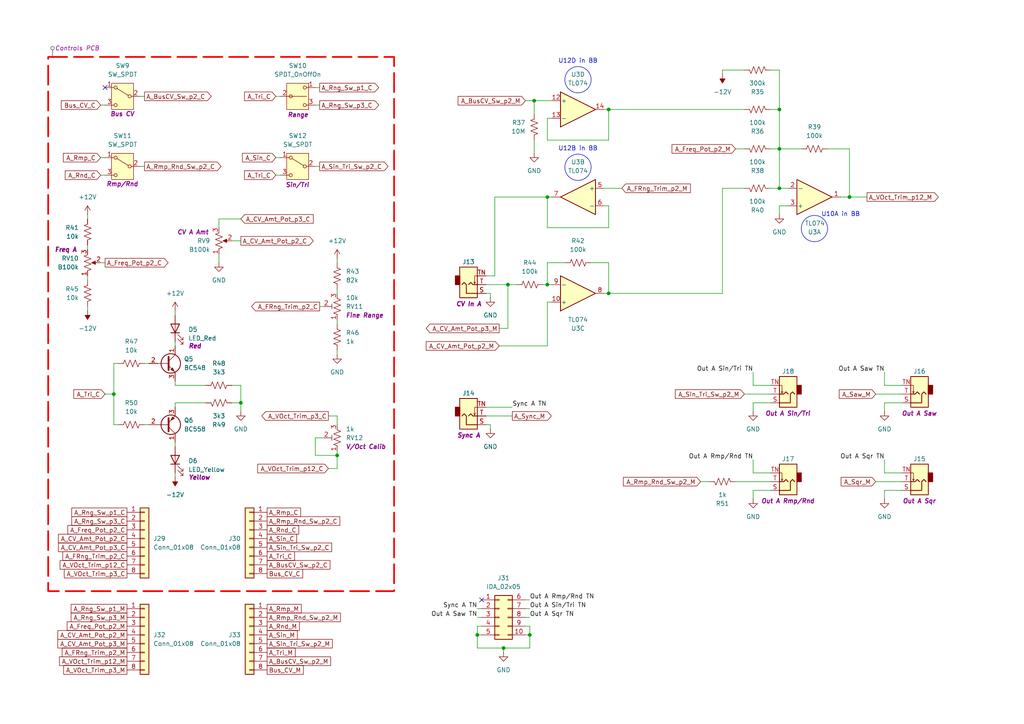
<source format=kicad_sch>
(kicad_sch (version 20250114) (generator "eeschema") (generator_version "9.0")
  (paper "A4")
  (title_block (company "DMH Instruments") (comment 1 "PCB for 10cm Kosmo format synthesizer module"))
  (circle (center 236.22 66.294) (radius 3.81))
  (circle (center 167.64 48.514) (radius 3.81))
  (circle (center 167.64 23.114) (radius 3.81))
  (text "U12B in BB" (at 167.64 43.18 0) (effects (font (size 1.27 1.27))))
  (text "U10A in BB" (at 243.84 62.23 0) (effects (font (size 1.27 1.27))))
  (text "U12D in BB" (at 167.64 17.78 0) (effects (font (size 1.27 1.27))))
  (junction (at 154.94 29.21))
  (junction (at 146.05 187.96))
  (junction (at 158.75 82.55))
  (junction (at 158.75 57.15))
  (junction (at 147.32 82.55))
  (junction (at 176.53 31.75))
  (junction (at 153.67 184.15))
  (junction (at 226.06 54.61))
  (junction (at 226.06 31.75))
  (junction (at 176.53 85.09))
  (junction (at 97.79 132.08))
  (junction (at 138.43 184.15))
  (junction (at 33.02 114.3))
  (junction (at 226.06 43.18))
  (junction (at 246.38 57.15))
  (junction (at 69.85 116.84))
  (no_connect (at 139.7 173.99))
  (no_connect (at 30.48 25.4))
  (wire (pts (xy 25.4 88.9) (xy 25.4 90.17)))
  (wire (pts (xy 223.52 31.75) (xy 226.06 31.75)))
  (wire (pts (xy 218.44 137.16) (xy 223.52 137.16)))
  (wire (pts (xy 97.79 120.65) (xy 97.79 123.19)))
  (wire (pts (xy 153.67 184.15) (xy 153.67 187.96)))
  (wire (pts (xy 254 114.3) (xy 261.62 114.3)))
  (wire (pts (xy 256.54 142.24) (xy 256.54 144.78)))
  (wire (pts (xy 176.53 85.09) (xy 175.26 85.09)))
  (wire (pts (xy 97.79 83.82) (xy 97.79 85.09)))
  (wire (pts (xy 33.02 114.3) (xy 33.02 105.41)))
  (wire (pts (xy 203.2 139.7) (xy 205.74 139.7)))
  (wire (pts (xy 91.44 127) (xy 91.44 132.08)))
  (wire (pts (xy 218.44 116.84) (xy 218.44 119.38)))
  (wire (pts (xy 158.75 66.04) (xy 158.75 57.15)))
  (wire (pts (xy 91.44 25.4) (xy 92.71 25.4)))
  (wire (pts (xy 91.44 30.48) (xy 92.71 30.48)))
  (wire (pts (xy 143.51 80.01) (xy 143.51 57.15)))
  (wire (pts (xy 226.06 43.18) (xy 226.06 54.61)))
  (wire (pts (xy 158.75 82.55) (xy 160.02 82.55)))
  (wire (pts (xy 25.4 71.12) (xy 25.4 72.39)))
  (wire (pts (xy 50.8 111.76) (xy 50.8 110.49)))
  (wire (pts (xy 218.44 142.24) (xy 218.44 144.78)))
  (wire (pts (xy 140.97 118.11) (xy 148.59 118.11)))
  (wire (pts (xy 29.21 30.48) (xy 30.48 30.48)))
  (wire (pts (xy 246.38 57.15) (xy 251.46 57.15)))
  (wire (pts (xy 209.55 21.59) (xy 209.55 20.32)))
  (wire (pts (xy 59.69 111.76) (xy 50.8 111.76)))
  (wire (pts (xy 41.91 105.41) (xy 43.18 105.41)))
  (wire (pts (xy 152.4 173.99) (xy 153.67 173.99)))
  (wire (pts (xy 223.52 142.24) (xy 218.44 142.24)))
  (wire (pts (xy 223.52 54.61) (xy 226.06 54.61)))
  (wire (pts (xy 171.45 76.2) (xy 176.53 76.2)))
  (wire (pts (xy 95.25 135.89) (xy 97.79 135.89)))
  (wire (pts (xy 213.36 139.7) (xy 223.52 139.7)))
  (wire (pts (xy 146.05 187.96) (xy 146.05 189.23)))
  (wire (pts (xy 50.8 99.06) (xy 50.8 100.33)))
  (wire (pts (xy 33.02 123.19) (xy 33.02 114.3)))
  (wire (pts (xy 25.4 62.23) (xy 25.4 63.5)))
  (wire (pts (xy 80.01 50.8) (xy 81.28 50.8)))
  (wire (pts (xy 175.26 31.75) (xy 176.53 31.75)))
  (wire (pts (xy 142.24 86.36) (xy 142.24 85.09)))
  (wire (pts (xy 154.94 40.64) (xy 154.94 44.45)))
  (wire (pts (xy 34.29 123.19) (xy 33.02 123.19)))
  (wire (pts (xy 30.48 114.3) (xy 33.02 114.3)))
  (wire (pts (xy 246.38 43.18) (xy 246.38 57.15)))
  (wire (pts (xy 176.53 40.64) (xy 176.53 31.75)))
  (wire (pts (xy 246.38 57.15) (xy 243.84 57.15)))
  (wire (pts (xy 29.21 76.2) (xy 30.48 76.2)))
  (wire (pts (xy 95.25 120.65) (xy 97.79 120.65)))
  (wire (pts (xy 226.06 43.18) (xy 232.41 43.18)))
  (wire (pts (xy 176.53 76.2) (xy 176.53 85.09)))
  (wire (pts (xy 138.43 176.53) (xy 139.7 176.53)))
  (wire (pts (xy 223.52 20.32) (xy 226.06 20.32)))
  (wire (pts (xy 256.54 107.95) (xy 256.54 111.76)))
  (wire (pts (xy 226.06 59.69) (xy 226.06 62.23)))
  (wire (pts (xy 152.4 184.15) (xy 153.67 184.15)))
  (wire (pts (xy 144.78 100.33) (xy 158.75 100.33)))
  (wire (pts (xy 138.43 181.61) (xy 138.43 184.15)))
  (wire (pts (xy 67.31 69.85) (xy 69.85 69.85)))
  (wire (pts (xy 140.97 120.65) (xy 148.59 120.65)))
  (wire (pts (xy 138.43 184.15) (xy 138.43 187.96)))
  (wire (pts (xy 139.7 181.61) (xy 138.43 181.61)))
  (wire (pts (xy 140.97 82.55) (xy 147.32 82.55)))
  (wire (pts (xy 158.75 76.2) (xy 158.75 82.55)))
  (wire (pts (xy 59.69 116.84) (xy 50.8 116.84)))
  (wire (pts (xy 50.8 116.84) (xy 50.8 118.11)))
  (wire (pts (xy 226.06 20.32) (xy 226.06 31.75)))
  (wire (pts (xy 213.36 43.18) (xy 215.9 43.18)))
  (wire (pts (xy 25.4 80.01) (xy 25.4 81.28)))
  (wire (pts (xy 67.31 111.76) (xy 69.85 111.76)))
  (wire (pts (xy 142.24 124.46) (xy 142.24 123.19)))
  (wire (pts (xy 147.32 95.25) (xy 147.32 82.55)))
  (wire (pts (xy 152.4 179.07) (xy 153.67 179.07)))
  (wire (pts (xy 176.53 85.09) (xy 209.55 85.09)))
  (wire (pts (xy 50.8 137.16) (xy 50.8 138.43)))
  (wire (pts (xy 223.52 116.84) (xy 218.44 116.84)))
  (wire (pts (xy 138.43 187.96) (xy 146.05 187.96)))
  (wire (pts (xy 67.31 116.84) (xy 69.85 116.84)))
  (wire (pts (xy 226.06 59.69) (xy 228.6 59.69)))
  (wire (pts (xy 153.67 181.61) (xy 153.67 184.15)))
  (wire (pts (xy 254 139.7) (xy 261.62 139.7)))
  (wire (pts (xy 218.44 111.76) (xy 223.52 111.76)))
  (wire (pts (xy 97.79 101.6) (xy 97.79 102.87)))
  (wire (pts (xy 142.24 123.19) (xy 140.97 123.19)))
  (wire (pts (xy 93.98 127) (xy 91.44 127)))
  (wire (pts (xy 261.62 142.24) (xy 256.54 142.24)))
  (wire (pts (xy 143.51 57.15) (xy 158.75 57.15)))
  (wire (pts (xy 97.79 132.08) (xy 97.79 130.81)))
  (wire (pts (xy 215.9 114.3) (xy 223.52 114.3)))
  (wire (pts (xy 256.54 116.84) (xy 256.54 119.38)))
  (wire (pts (xy 158.75 34.29) (xy 158.75 40.64)))
  (wire (pts (xy 175.26 59.69) (xy 176.53 59.69)))
  (wire (pts (xy 146.05 187.96) (xy 153.67 187.96)))
  (wire (pts (xy 180.34 54.61) (xy 175.26 54.61)))
  (wire (pts (xy 80.01 27.94) (xy 81.28 27.94)))
  (wire (pts (xy 50.8 128.27) (xy 50.8 129.54)))
  (wire (pts (xy 69.85 116.84) (xy 69.85 119.38)))
  (wire (pts (xy 256.54 111.76) (xy 261.62 111.76)))
  (wire (pts (xy 97.79 135.89) (xy 97.79 132.08)))
  (wire (pts (xy 158.75 76.2) (xy 163.83 76.2)))
  (wire (pts (xy 160.02 34.29) (xy 158.75 34.29)))
  (wire (pts (xy 91.44 132.08) (xy 97.79 132.08)))
  (wire (pts (xy 63.5 63.5) (xy 63.5 66.04)))
  (wire (pts (xy 40.64 27.94) (xy 41.91 27.94)))
  (wire (pts (xy 138.43 179.07) (xy 139.7 179.07)))
  (wire (pts (xy 209.55 20.32) (xy 215.9 20.32)))
  (wire (pts (xy 176.53 31.75) (xy 215.9 31.75)))
  (wire (pts (xy 41.91 123.19) (xy 43.18 123.19)))
  (wire (pts (xy 50.8 90.17) (xy 50.8 91.44)))
  (wire (pts (xy 152.4 176.53) (xy 153.67 176.53)))
  (wire (pts (xy 154.94 29.21) (xy 154.94 33.02)))
  (wire (pts (xy 209.55 85.09) (xy 209.55 54.61)))
  (wire (pts (xy 29.21 50.8) (xy 30.48 50.8)))
  (wire (pts (xy 157.48 82.55) (xy 158.75 82.55)))
  (wire (pts (xy 223.52 43.18) (xy 226.06 43.18)))
  (wire (pts (xy 152.4 29.21) (xy 154.94 29.21)))
  (wire (pts (xy 158.75 100.33) (xy 158.75 87.63)))
  (wire (pts (xy 92.71 88.9) (xy 93.98 88.9)))
  (wire (pts (xy 152.4 181.61) (xy 153.67 181.61)))
  (wire (pts (xy 97.79 74.93) (xy 97.79 76.2)))
  (wire (pts (xy 209.55 54.61) (xy 215.9 54.61)))
  (wire (pts (xy 218.44 137.16) (xy 218.44 133.35)))
  (wire (pts (xy 69.85 63.5) (xy 63.5 63.5)))
  (wire (pts (xy 147.32 82.55) (xy 149.86 82.55)))
  (wire (pts (xy 97.79 92.71) (xy 97.79 93.98)))
  (wire (pts (xy 142.24 85.09) (xy 140.97 85.09)))
  (wire (pts (xy 140.97 80.01) (xy 143.51 80.01)))
  (wire (pts (xy 228.6 54.61) (xy 226.06 54.61)))
  (wire (pts (xy 40.64 48.26) (xy 41.91 48.26)))
  (wire (pts (xy 138.43 184.15) (xy 139.7 184.15)))
  (wire (pts (xy 261.62 116.84) (xy 256.54 116.84)))
  (wire (pts (xy 176.53 66.04) (xy 158.75 66.04)))
  (wire (pts (xy 154.94 29.21) (xy 160.02 29.21)))
  (wire (pts (xy 160.02 57.15) (xy 158.75 57.15)))
  (wire (pts (xy 158.75 87.63) (xy 160.02 87.63)))
  (wire (pts (xy 144.78 95.25) (xy 147.32 95.25)))
  (wire (pts (xy 256.54 137.16) (xy 261.62 137.16)))
  (wire (pts (xy 91.44 48.26) (xy 92.71 48.26)))
  (wire (pts (xy 226.06 31.75) (xy 226.06 43.18)))
  (wire (pts (xy 29.21 45.72) (xy 30.48 45.72)))
  (wire (pts (xy 240.03 43.18) (xy 246.38 43.18)))
  (wire (pts (xy 158.75 40.64) (xy 176.53 40.64)))
  (wire (pts (xy 218.44 107.95) (xy 218.44 111.76)))
  (wire (pts (xy 176.53 59.69) (xy 176.53 66.04)))
  (wire (pts (xy 63.5 73.66) (xy 63.5 76.2)))
  (wire (pts (xy 80.01 45.72) (xy 81.28 45.72)))
  (wire (pts (xy 33.02 105.41) (xy 34.29 105.41)))
  (wire (pts (xy 69.85 111.76) (xy 69.85 116.84)))
  (wire (pts (xy 256.54 133.35) (xy 256.54 137.16)))
  (label "Out A Sin{slash}Tri TN" (at 218.44 107.95 180))
  (label "Out A Rmp{slash}Rnd TN" (at 153.67 173.99 0))
  (label "Out A Rmp{slash}Rnd TN" (at 218.44 133.35 180))
  (label "Out A Sqr TN" (at 256.54 133.35 180))
  (label "Out A Saw TN" (at 256.54 107.95 180))
  (label "Out A Sqr TN" (at 153.67 179.07 0))
  (label "Out A Sin{slash}Tri TN" (at 153.67 176.53 0))
  (label "Out A Saw TN" (at 138.43 179.07 180))
  (label "Sync A TN" (at 148.59 118.11 0))
  (label "Sync A TN" (at 138.43 176.53 180))
  (global_label "A_Freq_Pot_p2_C" (shape output) (at 30.48 76.2 0) (property "Intersheetrefs" "${INTERSHEET_REFS}" (effects (hide yes))))
  (global_label "A_Sin_C" (shape passive) (at 77.47 156.21 0) (property "Intersheetrefs" "${INTERSHEET_REFS}" (effects (hide yes))))
  (global_label "A_Rng_Sw_p1_M" (shape passive) (at 36.83 176.53 180) (property "Intersheetrefs" "${INTERSHEET_REFS}" (effects (hide yes))))
  (global_label "A_VOct_Trim_p12_C" (shape passive) (at 36.83 163.83 180) (property "Intersheetrefs" "${INTERSHEET_REFS}" (effects (hide yes))))
  (global_label "A_BusCV_Sw_p2_C" (shape passive) (at 77.47 163.83 0) (property "Intersheetrefs" "${INTERSHEET_REFS}" (effects (hide yes))))
  (global_label "A_CV_Amt_Pot_p2_C" (shape output) (at 69.85 69.85 0) (property "Intersheetrefs" "${INTERSHEET_REFS}" (effects (hide yes))))
  (global_label "A_Sin_Tri_Sw_p2_M" (shape passive) (at 77.47 186.69 0) (property "Intersheetrefs" "${INTERSHEET_REFS}" (effects (hide yes))))
  (global_label "A_CV_Amt_Pot_p3_M" (shape passive) (at 36.83 186.69 180) (property "Intersheetrefs" "${INTERSHEET_REFS}" (effects (hide yes))))
  (global_label "A_Rng_Sw_p3_M" (shape passive) (at 36.83 179.07 180) (property "Intersheetrefs" "${INTERSHEET_REFS}" (effects (hide yes))))
  (global_label "A_BusCV_Sw_p2_C" (shape output) (at 41.91 27.94 0) (property "Intersheetrefs" "${INTERSHEET_REFS}" (effects (hide yes))))
  (global_label "A_Rmp_C" (shape input) (at 29.21 45.72 180) (property "Intersheetrefs" "${INTERSHEET_REFS}" (effects (hide yes))))
  (global_label "A_VOct_Trim_p3_C" (shape output) (at 95.25 120.65 180) (property "Intersheetrefs" "${INTERSHEET_REFS}" (effects (hide yes))))
  (global_label "A_CV_Amt_Pot_p3_C" (shape passive) (at 36.83 158.75 180) (property "Intersheetrefs" "${INTERSHEET_REFS}" (effects (hide yes))))
  (global_label "A_Tri_C" (shape input) (at 30.48 114.3 180) (property "Intersheetrefs" "${INTERSHEET_REFS}" (effects (hide yes))))
  (global_label "A_CV_Amt_Pot_p2_M" (shape input) (at 144.78 100.33 180) (property "Intersheetrefs" "${INTERSHEET_REFS}" (effects (hide yes))))
  (global_label "A_Tri_C" (shape input) (at 80.01 27.94 180) (property "Intersheetrefs" "${INTERSHEET_REFS}" (effects (hide yes))))
  (global_label "Bus_CV_C" (shape passive) (at 77.47 166.37 0) (property "Intersheetrefs" "${INTERSHEET_REFS}" (effects (hide yes))))
  (global_label "A_FRng_Trim_p2_M" (shape input) (at 180.34 54.61 0) (property "Intersheetrefs" "${INTERSHEET_REFS}" (effects (hide yes))))
  (global_label "A_Rmp_M" (shape passive) (at 77.47 176.53 0) (property "Intersheetrefs" "${INTERSHEET_REFS}" (effects (hide yes))))
  (global_label "A_Rng_Sw_p1_C" (shape output) (at 92.71 25.4 0) (property "Intersheetrefs" "${INTERSHEET_REFS}" (effects (hide yes))))
  (global_label "A_CV_Amt_Pot_p2_C" (shape passive) (at 36.83 156.21 180) (property "Intersheetrefs" "${INTERSHEET_REFS}" (effects (hide yes))))
  (global_label "A_FRng_Trim_p2_M" (shape passive) (at 36.83 189.23 180) (property "Intersheetrefs" "${INTERSHEET_REFS}" (effects (hide yes))))
  (global_label "A_FRng_Trim_p2_C" (shape passive) (at 36.83 161.29 180) (property "Intersheetrefs" "${INTERSHEET_REFS}" (effects (hide yes))))
  (global_label "A_CV_Amt_Pot_p2_M" (shape passive) (at 36.83 184.15 180) (property "Intersheetrefs" "${INTERSHEET_REFS}" (effects (hide yes))))
  (global_label "A_Freq_Pot_p2_C" (shape passive) (at 36.83 153.67 180) (property "Intersheetrefs" "${INTERSHEET_REFS}" (effects (hide yes))))
  (global_label "A_Rng_Sw_p3_C" (shape passive) (at 36.83 151.13 180) (property "Intersheetrefs" "${INTERSHEET_REFS}" (effects (hide yes))))
  (global_label "A_VOct_Trim_p3_M" (shape passive) (at 36.83 194.31 180) (property "Intersheetrefs" "${INTERSHEET_REFS}" (effects (hide yes))))
  (global_label "A_Sync_M" (shape output) (at 148.59 120.65 0) (property "Intersheetrefs" "${INTERSHEET_REFS}" (effects (hide yes))))
  (global_label "A_Sin_M" (shape passive) (at 77.47 184.15 0) (property "Intersheetrefs" "${INTERSHEET_REFS}" (effects (hide yes))))
  (global_label "A_Rmp_C" (shape passive) (at 77.47 148.59 0) (property "Intersheetrefs" "${INTERSHEET_REFS}" (effects (hide yes))))
  (global_label "A_CV_Amt_Pot_p3_C" (shape input) (at 69.85 63.5 0) (property "Intersheetrefs" "${INTERSHEET_REFS}" (effects (hide yes))))
  (global_label "A_Rmp_Rnd_Sw_p2_M" (shape passive) (at 77.47 179.07 0) (property "Intersheetrefs" "${INTERSHEET_REFS}" (effects (hide yes))))
  (global_label "A_Tri_C" (shape input) (at 80.01 50.8 180) (property "Intersheetrefs" "${INTERSHEET_REFS}" (effects (hide yes))))
  (global_label "A_Tri_C" (shape passive) (at 77.47 161.29 0) (property "Intersheetrefs" "${INTERSHEET_REFS}" (effects (hide yes))))
  (global_label "A_Sin_Tri_Sw_p2_M" (shape input) (at 215.9 114.3 180) (property "Intersheetrefs" "${INTERSHEET_REFS}" (effects (hide yes))))
  (global_label "A_BusCV_Sw_p2_M" (shape passive) (at 77.47 191.77 0) (property "Intersheetrefs" "${INTERSHEET_REFS}" (effects (hide yes))))
  (global_label "A_Sin_Tri_Sw_p2_C" (shape passive) (at 77.47 158.75 0) (property "Intersheetrefs" "${INTERSHEET_REFS}" (effects (hide yes))))
  (global_label "A_VOct_Trim_p12_M" (shape output) (at 251.46 57.15 0) (property "Intersheetrefs" "${INTERSHEET_REFS}" (effects (hide yes))))
  (global_label "A_Rnd_M" (shape passive) (at 77.47 181.61 0) (property "Intersheetrefs" "${INTERSHEET_REFS}" (effects (hide yes))))
  (global_label "A_Rmp_Rnd_Sw_p2_C" (shape output) (at 41.91 48.26 0) (property "Intersheetrefs" "${INTERSHEET_REFS}" (effects (hide yes))))
  (global_label "A_FRng_Trim_p2_C" (shape output) (at 92.71 88.9 180) (property "Intersheetrefs" "${INTERSHEET_REFS}" (effects (hide yes))))
  (global_label "A_Rng_Sw_p3_C" (shape output) (at 92.71 30.48 0) (property "Intersheetrefs" "${INTERSHEET_REFS}" (effects (hide yes))))
  (global_label "A_BusCV_Sw_p2_M" (shape input) (at 152.4 29.21 180) (property "Intersheetrefs" "${INTERSHEET_REFS}" (effects (hide yes))))
  (global_label "A_VOct_Trim_p12_C" (shape input) (at 95.25 135.89 180) (property "Intersheetrefs" "${INTERSHEET_REFS}" (effects (hide yes))))
  (global_label "A_Rnd_C" (shape input) (at 29.21 50.8 180) (property "Intersheetrefs" "${INTERSHEET_REFS}" (effects (hide yes))))
  (global_label "A_Rng_Sw_p1_C" (shape passive) (at 36.83 148.59 180) (property "Intersheetrefs" "${INTERSHEET_REFS}" (effects (hide yes))))
  (global_label "A_VOct_Trim_p3_C" (shape passive) (at 36.83 166.37 180) (property "Intersheetrefs" "${INTERSHEET_REFS}" (effects (hide yes))))
  (global_label "A_Sqr_M" (shape input) (at 254 139.7 180) (property "Intersheetrefs" "${INTERSHEET_REFS}" (effects (hide yes))))
  (global_label "A_Freq_Pot_p2_M" (shape passive) (at 36.83 181.61 180) (property "Intersheetrefs" "${INTERSHEET_REFS}" (effects (hide yes))))
  (global_label "A_Rmp_Rnd_Sw_p2_M" (shape input) (at 203.2 139.7 180) (property "Intersheetrefs" "${INTERSHEET_REFS}" (effects (hide yes))))
  (global_label "Bus_CV_M" (shape passive) (at 77.47 194.31 0) (property "Intersheetrefs" "${INTERSHEET_REFS}" (effects (hide yes))))
  (global_label "A_CV_Amt_Pot_p3_M" (shape output) (at 144.78 95.25 180) (property "Intersheetrefs" "${INTERSHEET_REFS}" (effects (hide yes))))
  (global_label "A_Freq_Pot_p2_M" (shape input) (at 213.36 43.18 180) (property "Intersheetrefs" "${INTERSHEET_REFS}" (effects (hide yes))))
  (global_label "A_Tri_M" (shape passive) (at 77.47 189.23 0) (property "Intersheetrefs" "${INTERSHEET_REFS}" (effects (hide yes))))
  (global_label "A_VOct_Trim_p12_M" (shape passive) (at 36.83 191.77 180) (property "Intersheetrefs" "${INTERSHEET_REFS}" (effects (hide yes))))
  (global_label "Bus_CV_C" (shape input) (at 29.21 30.48 180) (property "Intersheetrefs" "${INTERSHEET_REFS}" (effects (hide yes))))
  (global_label "A_Rmp_Rnd_Sw_p2_C" (shape passive) (at 77.47 151.13 0) (property "Intersheetrefs" "${INTERSHEET_REFS}" (effects (hide yes))))
  (global_label "A_Rnd_C" (shape passive) (at 77.47 153.67 0) (property "Intersheetrefs" "${INTERSHEET_REFS}" (effects (hide yes))))
  (global_label "A_Sin_Tri_Sw_p2_C" (shape output) (at 92.71 48.26 0) (property "Intersheetrefs" "${INTERSHEET_REFS}" (effects (hide yes))))
  (global_label "A_Saw_M" (shape input) (at 254 114.3 180) (property "Intersheetrefs" "${INTERSHEET_REFS}" (effects (hide yes))))
  (global_label "A_Sin_C" (shape input) (at 80.01 45.72 180) (property "Intersheetrefs" "${INTERSHEET_REFS}" (effects (hide yes))))
  (rule_area (polyline (pts (xy 13.97 16.51) (xy 114.3 16.51) (xy 114.3 171.45) (xy 13.97 171.45)) (stroke (width 0.5) (type dash))))
  (netclass_flag "" (length 2.54) (shape round) (at 15.24 16.51 0) (property "Component Class" "Controls PCB" (at 15.9385 13.97 0) (effects (font (italic yes)) (justify left))))
  (symbol (lib_id "Connector_Generic:Conn_01x08") (at 72.39 184.15 0) (mirror y) (unit 1) (on_board no)
    (property "Reference" "J23" (at 69.85 184.1499 0) (effects (justify left)))
    (property "Value" "Conn_01x08" (at 69.85 186.6899 0) (effects (justify left)))
    (property "Footprint" "Connector_PinHeader_2.54mm:PinHeader_1x08_P2.54mm_Vertical" (effects (hide yes)))
    (property "Description" "Generic connector, single row, 01x08, script generated (kicad-library-utils/schlib/autogen/connector/)" (effects (hide yes)))
    (instances (project "DMH_VCLFO_v2_PCB_Main" (path "" (reference "J33") (unit 1)) (path "" (reference "J28") (unit 1)) (path "" (reference "J23") (unit 1))))
  )
  (symbol (lib_id "Device:R_US") (at 167.64 76.2 90) (unit 1) (on_board no)
    (property "Reference" "R8" (at 167.64 69.85 90))
    (property "Value" "100k" (at 167.64 72.39 90))
    (property "Footprint" "Resistor_THT:R_Axial_DIN0207_L6.3mm_D2.5mm_P7.62mm_Horizontal" (effects (hide yes)))
    (property "Description" "Resistor, US symbol" (effects (hide yes)))
    (instances (project "DMH_VCLFO_v2_PCB_Main" (path "" (reference "R42") (unit 1)) (path "" (reference "R25") (unit 1)) (path "" (reference "R8") (unit 1))))
  )
  (symbol (lib_id "power:GND") (at 226.06 62.23 0) (unit 1)
    (property "Reference" "#PWR04" (effects (hide yes)))
    (property "Value" "GND" (at 226.06 67.31 0))
    (property "Description" "Power symbol creates a global label with name \"GND\" , ground" (effects (hide yes)))
    (instances (project "DMH_VCLFO_v2_PCB_Main" (path "" (reference "#PWR040") (unit 1)) (path "" (reference "#PWR022") (unit 1)) (path "" (reference "#PWR04") (unit 1))))
  )
  (symbol (lib_id "Switch:SW_SPDT") (at 35.56 48.26 0) (mirror y) (unit 1)
    (property "Reference" "SW3" (at 35.56 39.37 0))
    (property "Value" "SW_SPDT" (at 35.56 41.91 0))
    (property "Footprint" "SynthStuff:Toggle_Switch_TE" (effects (hide yes)))
    (property "Description" "Switch, single pole double throw" (effects (hide yes)))
    (property "Function" "Rmp/Rnd" (at 35.56 53.34 0) (effects (font (thickness 0.254) (bold yes) (italic yes))))
    (instances (project "DMH_VCLFO_v2_PCB_Main" (path "" (reference "SW11") (unit 1)) (path "" (reference "SW7") (unit 1)) (path "" (reference "SW3") (unit 1))))
  )
  (symbol (lib_id "Amplifier_Operational:TL074") (at 167.64 31.75 0) (unit 4)
    (property "Reference" "U1" (at 167.64 21.59 0))
    (property "Value" "TL074" (at 167.64 24.13 0))
    (property "Datasheet" "http://www.ti.com/lit/ds/symlink/tl071.pdf" (effects (hide yes)))
    (property "Description" "Quad Low-Noise JFET-Input Operational Amplifiers, DIP-14/SOIC-14" (effects (hide yes)))
    (instances (project "DMH_VCLFO_v2_PCB_Main" (path "" (reference "U3") (unit 4)) (path "" (reference "U2") (unit 4)) (path "" (reference "U1") (unit 4))))
  )
  (symbol (lib_id "Device:R_US") (at 25.4 67.31 0) (mirror y) (unit 1) (on_board no)
    (property "Reference" "R7" (at 22.86 66.0399 0) (effects (justify left)))
    (property "Value" "10k" (at 22.86 68.5799 0) (effects (justify left)))
    (property "Footprint" "Resistor_THT:R_Axial_DIN0207_L6.3mm_D2.5mm_P7.62mm_Horizontal" (effects (hide yes)))
    (property "Description" "Resistor, US symbol" (effects (hide yes)))
    (instances (project "DMH_VCLFO_v2_PCB_Main" (path "" (reference "R41") (unit 1)) (path "" (reference "R24") (unit 1)) (path "" (reference "R7") (unit 1))))
  )
  (symbol (lib_id "power:GND") (at 256.54 144.78 0) (unit 1) (on_board no)
    (property "Reference" "#PWR017" (effects (hide yes)))
    (property "Value" "GND" (at 256.54 149.86 0))
    (property "Description" "Power symbol creates a global label with name \"GND\" , ground" (effects (hide yes)))
    (instances (project "DMH_VCLFO_v2_PCB_Main" (path "" (reference "#PWR053") (unit 1)) (path "" (reference "#PWR035") (unit 1)) (path "" (reference "#PWR017") (unit 1))))
  )
  (symbol (lib_id "Device:R_US") (at 219.71 31.75 270) (mirror x) (unit 1)
    (property "Reference" "R2" (at 219.71 38.1 90))
    (property "Value" "100k" (at 219.71 35.56 90))
    (property "Footprint" "Resistor_THT:R_Axial_DIN0207_L6.3mm_D2.5mm_P7.62mm_Horizontal" (effects (hide yes)))
    (property "Description" "Resistor, US symbol" (effects (hide yes)))
    (instances (project "DMH_VCLFO_v2_PCB_Main" (path "" (reference "R36") (unit 1)) (path "" (reference "R19") (unit 1)) (path "" (reference "R2") (unit 1))))
  )
  (symbol (lib_id "Device:R_US") (at 97.79 80.01 180) (unit 1) (on_board no)
    (property "Reference" "R9" (at 100.33 78.7399 0) (effects (justify right)))
    (property "Value" "82k" (at 100.33 81.2799 0) (effects (justify right)))
    (property "Footprint" "Resistor_THT:R_Axial_DIN0207_L6.3mm_D2.5mm_P7.62mm_Horizontal" (effects (hide yes)))
    (property "Description" "Resistor, US symbol" (effects (hide yes)))
    (instances (project "DMH_VCLFO_v2_PCB_Main" (path "" (reference "R43") (unit 1)) (path "" (reference "R26") (unit 1)) (path "" (reference "R9") (unit 1))))
  )
  (symbol (lib_id "Switch:SW_SPDT") (at 35.56 27.94 0) (mirror y) (unit 1)
    (property "Reference" "SW1" (at 35.56 19.05 0))
    (property "Value" "SW_SPDT" (at 35.56 21.59 0))
    (property "Footprint" "SynthStuff:Toggle_Switch_TE" (effects (hide yes)))
    (property "Description" "Switch, single pole double throw" (effects (hide yes)))
    (property "Function" "Bus CV" (at 35.56 33.02 0) (effects (font (thickness 0.254) (bold yes) (italic yes))))
    (instances (project "DMH_VCLFO_v2_PCB_Main" (path "" (reference "SW9") (unit 1)) (path "" (reference "SW5") (unit 1)) (path "" (reference "SW1") (unit 1))))
  )
  (symbol (lib_id "Device:R_US") (at 219.71 54.61 270) (mirror x) (unit 1)
    (property "Reference" "R6" (at 219.71 60.96 90))
    (property "Value" "100k" (at 219.71 58.42 90))
    (property "Footprint" "Resistor_THT:R_Axial_DIN0207_L6.3mm_D2.5mm_P7.62mm_Horizontal" (effects (hide yes)))
    (property "Description" "Resistor, US symbol" (effects (hide yes)))
    (instances (project "DMH_VCLFO_v2_PCB_Main" (path "" (reference "R40") (unit 1)) (path "" (reference "R23") (unit 1)) (path "" (reference "R6") (unit 1))))
  )
  (symbol (lib_id "Connector_Generic:Conn_01x08") (at 41.91 184.15 0) (unit 1) (on_board no)
    (property "Reference" "J22" (at 44.45 184.1499 0) (effects (justify left)))
    (property "Value" "Conn_01x08" (at 44.45 186.6899 0) (effects (justify left)))
    (property "Footprint" "Connector_PinHeader_2.54mm:PinHeader_1x08_P2.54mm_Vertical" (effects (hide yes)))
    (property "Description" "Generic connector, single row, 01x08, script generated (kicad-library-utils/schlib/autogen/connector/)" (effects (hide yes)))
    (instances (project "DMH_VCLFO_v2_PCB_Main" (path "" (reference "J32") (unit 1)) (path "" (reference "J27") (unit 1)) (path "" (reference "J22") (unit 1))))
  )
  (symbol (lib_id "Device:R_Potentiometer_Trim_US") (at 97.79 88.9 180) (unit 1) (on_board no)
    (property "Reference" "RV3" (at 100.33 88.9 0) (effects (justify right)))
    (property "Value" "10k" (at 100.33 86.36 0) (effects (justify right)))
    (property "Footprint" "Potentiometer_THT:Potentiometer_Bourns_3296W_Vertical" (effects (hide yes)))
    (property "Description" "Trim-potentiometer, US symbol" (effects (hide yes)))
    (property "Function" "Fine Range" (at 100.33 91.44 0) (effects (font (thickness 0.254) (bold yes) (italic yes)) (justify right)))
    (instances (project "DMH_VCLFO_v2_PCB_Main" (path "" (reference "RV11") (unit 1)) (path "" (reference "RV7") (unit 1)) (path "" (reference "RV3") (unit 1))))
  )
  (symbol (lib_id "Device:R_US") (at 236.22 43.18 90) (unit 1)
    (property "Reference" "R5" (at 236.22 36.83 90))
    (property "Value" "100k" (at 236.22 39.37 90))
    (property "Footprint" "Resistor_THT:R_Axial_DIN0207_L6.3mm_D2.5mm_P7.62mm_Horizontal" (effects (hide yes)))
    (property "Description" "Resistor, US symbol" (effects (hide yes)))
    (instances (project "DMH_VCLFO_v2_PCB_Main" (path "" (reference "R39") (unit 1)) (path "" (reference "R22") (unit 1)) (path "" (reference "R5") (unit 1))))
  )
  (symbol (lib_id "Device:R_US") (at 153.67 82.55 90) (unit 1) (on_board no)
    (property "Reference" "R10" (at 153.67 76.2 90))
    (property "Value" "100k" (at 153.67 78.74 90))
    (property "Footprint" "Resistor_THT:R_Axial_DIN0207_L6.3mm_D2.5mm_P7.62mm_Horizontal" (effects (hide yes)))
    (property "Description" "Resistor, US symbol" (effects (hide yes)))
    (instances (project "DMH_VCLFO_v2_PCB_Main" (path "" (reference "R44") (unit 1)) (path "" (reference "R27") (unit 1)) (path "" (reference "R10") (unit 1))))
  )
  (symbol (lib_id "Device:R_Potentiometer_US") (at 25.4 76.2 0) (mirror x) (unit 1) (on_board no)
    (property "Reference" "RV2" (at 22.86 74.9299 0) (effects (justify right)))
    (property "Value" "B100k" (at 22.86 77.4699 0) (effects (justify right)))
    (property "Footprint" "SynthStuff:Potentiometer_TT_P110KH1" (effects (hide yes)))
    (property "Description" "Potentiometer, US symbol" (effects (hide yes)))
    (property "Function" "Freq A" (at 15.748 72.39 0) (effects (font (thickness 0.254) (bold yes) (italic yes)) (justify left)))
    (instances (project "DMH_VCLFO_v2_PCB_Main" (path "" (reference "RV10") (unit 1)) (path "" (reference "RV6") (unit 1)) (path "" (reference "RV2") (unit 1))))
  )
  (symbol (lib_id "Device:R_US") (at 209.55 139.7 90) (mirror x) (unit 1) (on_board no)
    (property "Reference" "R17" (at 209.55 146.05 90))
    (property "Value" "1k" (at 209.55 143.51 90))
    (property "Footprint" "Resistor_THT:R_Axial_DIN0207_L6.3mm_D2.5mm_P7.62mm_Horizontal" (effects (hide yes)))
    (property "Description" "Resistor, US symbol" (effects (hide yes)))
    (instances (project "DMH_VCLFO_v2_PCB_Main" (path "" (reference "R51") (unit 1)) (path "" (reference "R34") (unit 1)) (path "" (reference "R17") (unit 1))))
  )
  (symbol (lib_id "power:GND") (at 146.05 189.23 0) (unit 1) (on_board no)
    (property "Reference" "#PWR018" (effects (hide yes)))
    (property "Value" "GND" (at 146.05 194.31 0))
    (property "Description" "Power symbol creates a global label with name \"GND\" , ground" (effects (hide yes)))
    (instances (project "DMH_VCLFO_v2_PCB_Main" (path "" (reference "#PWR054") (unit 1)) (path "" (reference "#PWR036") (unit 1)) (path "" (reference "#PWR018") (unit 1))))
  )
  (symbol (lib_id "Device:R_US") (at 38.1 105.41 90) (unit 1) (on_board no)
    (property "Reference" "R13" (at 38.1 99.06 90))
    (property "Value" "10k" (at 38.1 101.6 90))
    (property "Footprint" "Resistor_THT:R_Axial_DIN0207_L6.3mm_D2.5mm_P7.62mm_Horizontal" (effects (hide yes)))
    (property "Description" "Resistor, US symbol" (effects (hide yes)))
    (instances (project "DMH_VCLFO_v2_PCB_Main" (path "" (reference "R47") (unit 1)) (path "" (reference "R30") (unit 1)) (path "" (reference "R13") (unit 1))))
  )
  (symbol (lib_id "SynthStuff:SW_SPDT_OnOffOn") (at 86.36 27.94 0) (unit 1)
    (property "Reference" "SW2" (at 86.36 19.05 0))
    (property "Value" "SPDT_OnOffOn" (at 86.36 21.59 0))
    (property "Footprint" "SynthStuff:Toggle_Switch_TE" (effects (hide yes)))
    (property "Description" "Switch, single pole double throw" (effects (hide yes)))
    (property "Function" "Range" (at 86.36 33.274 0) (effects (font (thickness 0.254) (bold yes) (italic yes))))
    (instances (project "DMH_VCLFO_v2_PCB_Main" (path "" (reference "SW10") (unit 1)) (path "" (reference "SW6") (unit 1)) (path "" (reference "SW2") (unit 1))))
  )
  (symbol (lib_id "Device:R_US") (at 154.94 36.83 0) (mirror y) (unit 1) (on_board no)
    (property "Reference" "R3" (at 152.4 35.5599 0) (effects (justify left)))
    (property "Value" "10M" (at 152.4 38.0999 0) (effects (justify left)))
    (property "Footprint" "Resistor_THT:R_Axial_DIN0207_L6.3mm_D2.5mm_P7.62mm_Horizontal" (effects (hide yes)))
    (property "Description" "Resistor, US symbol" (effects (hide yes)))
    (instances (project "DMH_VCLFO_v2_PCB_Main" (path "" (reference "R37") (unit 1)) (path "" (reference "R20") (unit 1)) (path "" (reference "R3") (unit 1))))
  )
  (symbol (lib_id "power:+12V") (at 97.79 74.93 0) (unit 1)
    (property "Reference" "#PWR05" (effects (hide yes)))
    (property "Value" "+12V" (at 97.79 69.85 0))
    (property "Description" "Power symbol creates a global label with name \"+12V\"" (effects (hide yes)))
    (instances (project "DMH_VCLFO_v2_PCB_Main" (path "" (reference "#PWR041") (unit 1)) (path "" (reference "#PWR023") (unit 1)) (path "" (reference "#PWR05") (unit 1))))
  )
  (symbol (lib_id "SynthStuff:TS_Jack_6.35mm_Sw") (at 266.7 114.3 180) (unit 1)
    (property "Reference" "J4" (at 266.7 107.696 0))
    (property "Value" "TS_Jack_6.35mm_Sw" (effects (hide yes)))
    (property "Footprint" "SynthStuff:CUI_MJ-63052A" (effects (hide yes)))
    (property "Description" "Audio Jack, 2 Poles (Mono / TS), Switched T Pole (Normalling), 6.35mm, 1/4inch" (effects (hide yes)))
    (property "Function" "Out A Saw" (at 266.7 119.888 0) (effects (font (thickness 0.254) (bold yes) (italic yes))))
    (instances (project "DMH_VCLFO_v2_PCB_Main" (path "" (reference "J16") (unit 1)) (path "" (reference "J10") (unit 1)) (path "" (reference "J4") (unit 1))))
  )
  (symbol (lib_id "power:GND") (at 69.85 119.38 0) (unit 1) (on_board no)
    (property "Reference" "#PWR011" (effects (hide yes)))
    (property "Value" "GND" (at 69.85 124.46 0))
    (property "Description" "Power symbol creates a global label with name \"GND\" , ground" (effects (hide yes)))
    (instances (project "DMH_VCLFO_v2_PCB_Main" (path "" (reference "#PWR047") (unit 1)) (path "" (reference "#PWR029") (unit 1)) (path "" (reference "#PWR011") (unit 1))))
  )
  (symbol (lib_id "Device:R_US") (at 63.5 116.84 90) (mirror x) (unit 1) (on_board no)
    (property "Reference" "R15" (at 63.5 123.19 90))
    (property "Value" "3k3" (at 63.5 120.65 90))
    (property "Footprint" "Resistor_THT:R_Axial_DIN0207_L6.3mm_D2.5mm_P7.62mm_Horizontal" (effects (hide yes)))
    (property "Description" "Resistor, US symbol" (effects (hide yes)))
    (instances (project "DMH_VCLFO_v2_PCB_Main" (path "" (reference "R49") (unit 1)) (path "" (reference "R32") (unit 1)) (path "" (reference "R15") (unit 1))))
  )
  (symbol (lib_id "Amplifier_Operational:TL074") (at 167.64 85.09 0) (mirror x) (unit 3)
    (property "Reference" "U1" (at 167.64 95.25 0))
    (property "Value" "TL074" (at 167.64 92.71 0))
    (property "Datasheet" "http://www.ti.com/lit/ds/symlink/tl071.pdf" (effects (hide yes)))
    (property "Description" "Quad Low-Noise JFET-Input Operational Amplifiers, DIP-14/SOIC-14" (effects (hide yes)))
    (instances (project "DMH_VCLFO_v2_PCB_Main" (path "" (reference "U3") (unit 3)) (path "" (reference "U2") (unit 3)) (path "" (reference "U1") (unit 3))))
  )
  (symbol (lib_id "power:GND") (at 154.94 44.45 0) (unit 1) (on_board no)
    (property "Reference" "#PWR02" (effects (hide yes)))
    (property "Value" "GND" (at 154.94 49.53 0))
    (property "Description" "Power symbol creates a global label with name \"GND\" , ground" (effects (hide yes)))
    (instances (project "DMH_VCLFO_v2_PCB_Main" (path "" (reference "#PWR038") (unit 1)) (path "" (reference "#PWR020") (unit 1)) (path "" (reference "#PWR02") (unit 1))))
  )
  (symbol (lib_id "Connector_Generic:Conn_01x08") (at 72.39 156.21 0) (mirror y) (unit 1) (on_board no)
    (property "Reference" "J20" (at 69.85 156.2099 0) (effects (justify left)))
    (property "Value" "Conn_01x08" (at 69.85 158.7499 0) (effects (justify left)))
    (property "Footprint" "Connector_PinHeader_2.54mm:PinHeader_1x08_P2.54mm_Vertical" (effects (hide yes)))
    (property "Description" "Generic connector, single row, 01x08, script generated (kicad-library-utils/schlib/autogen/connector/)" (effects (hide yes)))
    (instances (project "DMH_VCLFO_v2_PCB_Main" (path "" (reference "J30") (unit 1)) (path "" (reference "J25") (unit 1)) (path "" (reference "J20") (unit 1))))
  )
  (symbol (lib_id "power:GND") (at 256.54 119.38 0) (unit 1) (on_board no)
    (property "Reference" "#PWR013" (effects (hide yes)))
    (property "Value" "GND" (at 256.54 124.46 0))
    (property "Description" "Power symbol creates a global label with name \"GND\" , ground" (effects (hide yes)))
    (instances (project "DMH_VCLFO_v2_PCB_Main" (path "" (reference "#PWR049") (unit 1)) (path "" (reference "#PWR031") (unit 1)) (path "" (reference "#PWR013") (unit 1))))
  )
  (symbol (lib_id "SynthStuff:BackBone_Connector_10Pin") (at 146.05 179.07 0) (unit 1)
    (property "Reference" "J21" (at 146.05 167.64 0))
    (property "Value" "IDA_02x05" (at 146.05 170.18 0))
    (property "Footprint" "SynthStuff:IDC-Header_2x05_P2.54mm_Vertical_BackBone" (effects (hide yes)))
    (property "Description" "IDC jack, 2x5 pins, row a carries same signals as row b." (effects (hide yes)))
    (instances (project "DMH_VCLFO_v2_PCB_Main" (path "" (reference "J31") (unit 1)) (path "" (reference "J26") (unit 1)) (path "" (reference "J21") (unit 1))))
  )
  (symbol (lib_id "Device:R_US") (at 97.79 97.79 180) (unit 1) (on_board no)
    (property "Reference" "R12" (at 100.33 96.5199 0) (effects (justify right)))
    (property "Value" "1k" (at 100.33 99.0599 0) (effects (justify right)))
    (property "Footprint" "Resistor_THT:R_Axial_DIN0207_L6.3mm_D2.5mm_P7.62mm_Horizontal" (effects (hide yes)))
    (property "Description" "Resistor, US symbol" (effects (hide yes)))
    (instances (project "DMH_VCLFO_v2_PCB_Main" (path "" (reference "R46") (unit 1)) (path "" (reference "R29") (unit 1)) (path "" (reference "R12") (unit 1))))
  )
  (symbol (lib_id "SynthStuff:TS_Jack_6.35mm_Sw") (at 135.89 120.65 0) (mirror x) (unit 1)
    (property "Reference" "J2" (at 135.89 114.046 0))
    (property "Value" "TS_Jack_6.35mm_Sw" (effects (hide yes)))
    (property "Footprint" "SynthStuff:CUI_MJ-63052A" (effects (hide yes)))
    (property "Description" "Audio Jack, 2 Poles (Mono / TS), Switched T Pole (Normalling), 6.35mm, 1/4inch" (effects (hide yes)))
    (property "Function" "Sync A" (at 135.89 126.238 0) (effects (font (thickness 0.254) (bold yes) (italic yes))))
    (instances (project "DMH_VCLFO_v2_PCB_Main" (path "" (reference "J14") (unit 1)) (path "" (reference "J8") (unit 1)) (path "" (reference "J2") (unit 1))))
  )
  (symbol (lib_id "Device:R_US") (at 38.1 123.19 90) (unit 1) (on_board no)
    (property "Reference" "R16" (at 38.1 116.84 90))
    (property "Value" "10k" (at 38.1 119.38 90))
    (property "Footprint" "Resistor_THT:R_Axial_DIN0207_L6.3mm_D2.5mm_P7.62mm_Horizontal" (effects (hide yes)))
    (property "Description" "Resistor, US symbol" (effects (hide yes)))
    (instances (project "DMH_VCLFO_v2_PCB_Main" (path "" (reference "R50") (unit 1)) (path "" (reference "R33") (unit 1)) (path "" (reference "R16") (unit 1))))
  )
  (symbol (lib_id "power:-12V") (at 209.55 21.59 180) (unit 1) (on_board no)
    (property "Reference" "#PWR01" (effects (hide yes)))
    (property "Value" "-12V" (at 209.55 26.67 0))
    (property "Description" "Power symbol creates a global label with name \"-12V\"" (effects (hide yes)))
    (instances (project "DMH_VCLFO_v2_PCB_Main" (path "" (reference "#PWR037") (unit 1)) (path "" (reference "#PWR019") (unit 1)) (path "" (reference "#PWR01") (unit 1))))
  )
  (symbol (lib_id "Transistor_BJT:BC548") (at 48.26 105.41 0) (unit 1)
    (property "Reference" "Q1" (at 53.34 104.1399 0) (effects (justify left)))
    (property "Value" "BC548" (at 53.34 106.6799 0) (effects (justify left)))
    (property "Footprint" "Package_TO_SOT_THT:TO-92L_Inline_Wide" (effects (hide yes)))
    (property "Datasheet" "https://www.onsemi.com/pub/Collateral/BC550-D.pdf" (effects (hide yes)))
    (property "Description" "0.1A Ic, 30V Vce, Small Signal NPN Transistor, TO-92" (effects (hide yes)))
    (property "Sim.Device" "NPN" (effects (hide yes)))
    (property "Sim.Pins" "1=C 2=B 3=E" (effects (hide yes)))
    (instances (project "DMH_VCLFO_v2_PCB_Main" (path "" (reference "Q5") (unit 1)) (path "" (reference "Q3") (unit 1)) (path "" (reference "Q1") (unit 1))))
  )
  (symbol (lib_id "SynthStuff:TS_Jack_6.35mm_Sw") (at 135.89 82.55 0) (mirror x) (unit 1)
    (property "Reference" "J1" (at 135.89 75.946 0))
    (property "Value" "TS_Jack_6.35mm_Sw" (effects (hide yes)))
    (property "Footprint" "SynthStuff:CUI_MJ-63052A" (effects (hide yes)))
    (property "Description" "Audio Jack, 2 Poles (Mono / TS), Switched T Pole (Normalling), 6.35mm, 1/4inch" (effects (hide yes)))
    (property "Function" "CV In A" (at 135.89 88.138 0) (effects (font (thickness 0.254) (bold yes) (italic yes))))
    (instances (project "DMH_VCLFO_v2_PCB_Main" (path "" (reference "J13") (unit 1)) (path "" (reference "J7") (unit 1)) (path "" (reference "J1") (unit 1))))
  )
  (symbol (lib_id "Device:R_US") (at 25.4 85.09 0) (mirror y) (unit 1) (on_board no)
    (property "Reference" "R11" (at 22.86 83.8199 0) (effects (justify left)))
    (property "Value" "10k" (at 22.86 86.3599 0) (effects (justify left)))
    (property "Footprint" "Resistor_THT:R_Axial_DIN0207_L6.3mm_D2.5mm_P7.62mm_Horizontal" (effects (hide yes)))
    (property "Description" "Resistor, US symbol" (effects (hide yes)))
    (instances (project "DMH_VCLFO_v2_PCB_Main" (path "" (reference "R45") (unit 1)) (path "" (reference "R28") (unit 1)) (path "" (reference "R11") (unit 1))))
  )
  (symbol (lib_id "Switch:SW_SPDT") (at 86.36 48.26 0) (mirror y) (unit 1)
    (property "Reference" "SW4" (at 86.36 39.37 0))
    (property "Value" "SW_SPDT" (at 86.36 41.91 0))
    (property "Footprint" "SynthStuff:Toggle_Switch_TE" (effects (hide yes)))
    (property "Description" "Switch, single pole double throw" (effects (hide yes)))
    (property "Function" "Sin/Tri" (at 86.36 53.594 0) (effects (font (thickness 0.254) (bold yes) (italic yes))))
    (instances (project "DMH_VCLFO_v2_PCB_Main" (path "" (reference "SW12") (unit 1)) (path "" (reference "SW8") (unit 1)) (path "" (reference "SW4") (unit 1))))
  )
  (symbol (lib_id "Device:LED") (at 50.8 133.35 90) (unit 1)
    (property "Reference" "D2" (at 54.61 133.6674 90) (effects (justify right)))
    (property "Value" "LED_Yellow" (at 54.61 136.2074 90) (effects (justify right)))
    (property "Footprint" "LED_THT:LED_D3.0mm" (effects (hide yes)))
    (property "Description" "Light emitting diode" (effects (hide yes)))
    (property "Function" "Yellow" (at 57.912 138.43 90) (effects (font (thickness 0.254) (bold yes) (italic yes))))
    (property "Sim.Pins" "1=K 2=A" (effects (hide yes)))
    (instances (project "DMH_VCLFO_v2_PCB_Main" (path "" (reference "D6") (unit 1)) (path "" (reference "D4") (unit 1)) (path "" (reference "D2") (unit 1))))
  )
  (symbol (lib_id "Amplifier_Operational:TL074") (at 236.22 57.15 0) (mirror x) (unit 1)
    (property "Reference" "U1" (at 236.22 67.31 0))
    (property "Value" "TL074" (at 233.426 64.77 0) (effects (justify left)))
    (property "Footprint" "Package_DIP:DIP-14_W7.62mm_Socket" (effects (hide yes)))
    (property "Datasheet" "http://www.ti.com/lit/ds/symlink/tl071.pdf" (effects (hide yes)))
    (property "Description" "Quad Low-Noise JFET-Input Operational Amplifiers, DIP-14/SOIC-14" (effects (hide yes)))
    (instances (project "DMH_VCLFO_v2_PCB_Main" (path "" (reference "U3") (unit 1)) (path "" (reference "U2") (unit 1)) (path "" (reference "U1") (unit 1))))
  )
  (symbol (lib_id "Device:R_US") (at 219.71 20.32 90) (mirror x) (unit 1)
    (property "Reference" "R1" (at 219.71 26.67 90))
    (property "Value" "300k" (at 219.71 24.13 90))
    (property "Footprint" "Resistor_THT:R_Axial_DIN0207_L6.3mm_D2.5mm_P7.62mm_Horizontal" (effects (hide yes)))
    (property "Description" "Resistor, US symbol" (effects (hide yes)))
    (instances (project "DMH_VCLFO_v2_PCB_Main" (path "" (reference "R35") (unit 1)) (path "" (reference "R18") (unit 1)) (path "" (reference "R1") (unit 1))))
  )
  (symbol (lib_id "SynthStuff:TS_Jack_6.35mm_Sw") (at 228.6 114.3 180) (unit 1)
    (property "Reference" "J6" (at 228.6 107.696 0))
    (property "Value" "TS_Jack_6.35mm_Sw" (effects (hide yes)))
    (property "Footprint" "SynthStuff:CUI_MJ-63052A" (effects (hide yes)))
    (property "Description" "Audio Jack, 2 Poles (Mono / TS), Switched T Pole (Normalling), 6.35mm, 1/4inch" (effects (hide yes)))
    (property "Function" "Out A Sin/Tri" (at 228.6 119.888 0) (effects (font (thickness 0.254) (bold yes) (italic yes))))
    (instances (project "DMH_VCLFO_v2_PCB_Main" (path "" (reference "J18") (unit 1)) (path "" (reference "J12") (unit 1)) (path "" (reference "J6") (unit 1))))
  )
  (symbol (lib_id "Transistor_BJT:BC558") (at 48.26 123.19 0) (mirror x) (unit 1)
    (property "Reference" "Q2" (at 53.34 121.9199 0) (effects (justify left)))
    (property "Value" "BC558" (at 53.34 124.4599 0) (effects (justify left)))
    (property "Footprint" "Package_TO_SOT_THT:TO-92L_Inline_Wide" (effects (hide yes)))
    (property "Datasheet" "https://www.onsemi.com/pub/Collateral/BC556BTA-D.pdf" (effects (hide yes)))
    (property "Description" "0.1A Ic, 30V Vce, PNP Small Signal Transistor, TO-92" (effects (hide yes)))
    (property "Sim.Device" "PNP" (effects (hide yes)))
    (property "Sim.Pins" "1=C 2=B 3=E" (effects (hide yes)))
    (instances (project "DMH_VCLFO_v2_PCB_Main" (path "" (reference "Q6") (unit 1)) (path "" (reference "Q4") (unit 1)) (path "" (reference "Q2") (unit 1))))
  )
  (symbol (lib_id "power:-12V") (at 25.4 90.17 180) (unit 1)
    (property "Reference" "#PWR08" (effects (hide yes)))
    (property "Value" "-12V" (at 25.4 95.25 0))
    (property "Description" "Power symbol creates a global label with name \"-12V\"" (effects (hide yes)))
    (instances (project "DMH_VCLFO_v2_PCB_Main" (path "" (reference "#PWR044") (unit 1)) (path "" (reference "#PWR026") (unit 1)) (path "" (reference "#PWR08") (unit 1))))
  )
  (symbol (lib_id "SynthStuff:TS_Jack_6.35mm_Sw") (at 228.6 139.7 180) (unit 1)
    (property "Reference" "J5" (at 228.6 133.096 0))
    (property "Value" "TS_Jack_6.35mm_Sw" (effects (hide yes)))
    (property "Footprint" "SynthStuff:CUI_MJ-63052A" (effects (hide yes)))
    (property "Description" "Audio Jack, 2 Poles (Mono / TS), Switched T Pole (Normalling), 6.35mm, 1/4inch" (effects (hide yes)))
    (property "Function" "Out A Rmp/Rnd" (at 228.6 145.288 0) (effects (font (thickness 0.254) (bold yes) (italic yes))))
    (instances (project "DMH_VCLFO_v2_PCB_Main" (path "" (reference "J17") (unit 1)) (path "" (reference "J11") (unit 1)) (path "" (reference "J5") (unit 1))))
  )
  (symbol (lib_id "Connector_Generic:Conn_01x08") (at 41.91 156.21 0) (unit 1) (on_board no)
    (property "Reference" "J19" (at 44.45 156.2099 0) (effects (justify left)))
    (property "Value" "Conn_01x08" (at 44.45 158.7499 0) (effects (justify left)))
    (property "Footprint" "Connector_PinHeader_2.54mm:PinHeader_1x08_P2.54mm_Vertical" (effects (hide yes)))
    (property "Description" "Generic connector, single row, 01x08, script generated (kicad-library-utils/schlib/autogen/connector/)" (effects (hide yes)))
    (instances (project "DMH_VCLFO_v2_PCB_Main" (path "" (reference "J29") (unit 1)) (path "" (reference "J24") (unit 1)) (path "" (reference "J19") (unit 1))))
  )
  (symbol (lib_id "SynthStuff:TS_Jack_6.35mm_Sw") (at 266.7 139.7 180) (unit 1)
    (property "Reference" "J3" (at 266.7 133.096 0))
    (property "Value" "TS_Jack_6.35mm_Sw" (effects (hide yes)))
    (property "Footprint" "SynthStuff:CUI_MJ-63052A" (effects (hide yes)))
    (property "Description" "Audio Jack, 2 Poles (Mono / TS), Switched T Pole (Normalling), 6.35mm, 1/4inch" (effects (hide yes)))
    (property "Function" "Out A Sqr" (at 266.7 145.288 0) (effects (font (thickness 0.254) (bold yes) (italic yes))))
    (instances (project "DMH_VCLFO_v2_PCB_Main" (path "" (reference "J15") (unit 1)) (path "" (reference "J9") (unit 1)) (path "" (reference "J3") (unit 1))))
  )
  (symbol (lib_id "power:GND") (at 142.24 86.36 0) (unit 1) (on_board no)
    (property "Reference" "#PWR07" (effects (hide yes)))
    (property "Value" "GND" (at 142.24 91.44 0))
    (property "Description" "Power symbol creates a global label with name \"GND\" , ground" (effects (hide yes)))
    (instances (project "DMH_VCLFO_v2_PCB_Main" (path "" (reference "#PWR043") (unit 1)) (path "" (reference "#PWR025") (unit 1)) (path "" (reference "#PWR07") (unit 1))))
  )
  (symbol (lib_id "power:GND") (at 218.44 119.38 0) (unit 1) (on_board no)
    (property "Reference" "#PWR012" (effects (hide yes)))
    (property "Value" "GND" (at 218.44 124.46 0))
    (property "Description" "Power symbol creates a global label with name \"GND\" , ground" (effects (hide yes)))
    (instances (project "DMH_VCLFO_v2_PCB_Main" (path "" (reference "#PWR048") (unit 1)) (path "" (reference "#PWR030") (unit 1)) (path "" (reference "#PWR012") (unit 1))))
  )
  (symbol (lib_id "Device:R_US") (at 63.5 111.76 90) (unit 1) (on_board no)
    (property "Reference" "R14" (at 63.5 105.41 90))
    (property "Value" "3k3" (at 63.5 107.95 90))
    (property "Footprint" "Resistor_THT:R_Axial_DIN0207_L6.3mm_D2.5mm_P7.62mm_Horizontal" (effects (hide yes)))
    (property "Description" "Resistor, US symbol" (effects (hide yes)))
    (instances (project "DMH_VCLFO_v2_PCB_Main" (path "" (reference "R48") (unit 1)) (path "" (reference "R31") (unit 1)) (path "" (reference "R14") (unit 1))))
  )
  (symbol (lib_id "power:GND") (at 142.24 124.46 0) (unit 1) (on_board no)
    (property "Reference" "#PWR014" (effects (hide yes)))
    (property "Value" "GND" (at 142.24 129.54 0))
    (property "Description" "Power symbol creates a global label with name \"GND\" , ground" (effects (hide yes)))
    (instances (project "DMH_VCLFO_v2_PCB_Main" (path "" (reference "#PWR050") (unit 1)) (path "" (reference "#PWR032") (unit 1)) (path "" (reference "#PWR014") (unit 1))))
  )
  (symbol (lib_id "Device:R_Potentiometer_Trim_US") (at 97.79 127 180) (unit 1) (on_board no)
    (property "Reference" "RV4" (at 100.33 127 0) (effects (justify right)))
    (property "Value" "1k" (at 100.33 124.46 0) (effects (justify right)))
    (property "Footprint" "Potentiometer_THT:Potentiometer_Bourns_3296W_Vertical" (effects (hide yes)))
    (property "Description" "Trim-potentiometer, US symbol" (effects (hide yes)))
    (property "Function" "V/Oct Calib" (at 100.33 129.54 0) (effects (font (thickness 0.254) (bold yes) (italic yes)) (justify right)))
    (instances (project "DMH_VCLFO_v2_PCB_Main" (path "" (reference "RV12") (unit 1)) (path "" (reference "RV8") (unit 1)) (path "" (reference "RV4") (unit 1))))
  )
  (symbol (lib_id "power:+12V") (at 25.4 62.23 0) (unit 1)
    (property "Reference" "#PWR03" (effects (hide yes)))
    (property "Value" "+12V" (at 25.4 57.15 0))
    (property "Description" "Power symbol creates a global label with name \"+12V\"" (effects (hide yes)))
    (instances (project "DMH_VCLFO_v2_PCB_Main" (path "" (reference "#PWR039") (unit 1)) (path "" (reference "#PWR021") (unit 1)) (path "" (reference "#PWR03") (unit 1))))
  )
  (symbol (lib_id "power:GND") (at 218.44 144.78 0) (unit 1)
    (property "Reference" "#PWR016" (effects (hide yes)))
    (property "Value" "GND" (at 218.44 149.86 0))
    (property "Description" "Power symbol creates a global label with name \"GND\" , ground" (effects (hide yes)))
    (instances (project "DMH_VCLFO_v2_PCB_Main" (path "" (reference "#PWR052") (unit 1)) (path "" (reference "#PWR034") (unit 1)) (path "" (reference "#PWR016") (unit 1))))
  )
  (symbol (lib_id "power:GND") (at 63.5 76.2 0) (unit 1) (on_board no)
    (property "Reference" "#PWR06" (effects (hide yes)))
    (property "Value" "GND" (at 63.5 81.28 0))
    (property "Description" "Power symbol creates a global label with name \"GND\" , ground" (effects (hide yes)))
    (instances (project "DMH_VCLFO_v2_PCB_Main" (path "" (reference "#PWR042") (unit 1)) (path "" (reference "#PWR024") (unit 1)) (path "" (reference "#PWR06") (unit 1))))
  )
  (symbol (lib_id "Device:R_US") (at 219.71 43.18 270) (mirror x) (unit 1)
    (property "Reference" "R4" (at 219.71 49.53 90))
    (property "Value" "100k" (at 219.71 46.99 90))
    (property "Footprint" "Resistor_THT:R_Axial_DIN0207_L6.3mm_D2.5mm_P7.62mm_Horizontal" (effects (hide yes)))
    (property "Description" "Resistor, US symbol" (effects (hide yes)))
    (instances (project "DMH_VCLFO_v2_PCB_Main" (path "" (reference "R38") (unit 1)) (path "" (reference "R21") (unit 1)) (path "" (reference "R4") (unit 1))))
  )
  (symbol (lib_id "Device:R_Potentiometer_US") (at 63.5 69.85 0) (mirror x) (unit 1) (on_board no)
    (property "Reference" "RV1" (at 60.96 69.8499 0) (effects (justify right)))
    (property "Value" "B100k" (at 60.96 72.3899 0) (effects (justify right)))
    (property "Footprint" "SynthStuff:Potentiometer_TT_P110KH1" (effects (hide yes)))
    (property "Description" "Potentiometer, US symbol" (effects (hide yes)))
    (property "Function" "CV A Amt" (at 55.88 67.31 0) (effects (font (thickness 0.254) (bold yes) (italic yes))))
    (instances (project "DMH_VCLFO_v2_PCB_Main" (path "" (reference "RV9") (unit 1)) (path "" (reference "RV5") (unit 1)) (path "" (reference "RV1") (unit 1))))
  )
  (symbol (lib_id "Device:LED") (at 50.8 95.25 90) (unit 1)
    (property "Reference" "D1" (at 54.61 95.5674 90) (effects (justify right)))
    (property "Value" "LED_Red" (at 54.61 98.1074 90) (effects (justify right)))
    (property "Footprint" "LED_THT:LED_D3.0mm" (effects (hide yes)))
    (property "Description" "Light emitting diode" (effects (hide yes)))
    (property "Function" "Red" (at 56.642 100.33 90) (effects (font (thickness 0.254) (bold yes) (italic yes))))
    (property "Sim.Pins" "1=K 2=A" (effects (hide yes)))
    (instances (project "DMH_VCLFO_v2_PCB_Main" (path "" (reference "D5") (unit 1)) (path "" (reference "D3") (unit 1)) (path "" (reference "D1") (unit 1))))
  )
  (symbol (lib_id "power:GND") (at 97.79 102.87 0) (unit 1) (on_board no)
    (property "Reference" "#PWR010" (effects (hide yes)))
    (property "Value" "GND" (at 97.79 107.95 0))
    (property "Description" "Power symbol creates a global label with name \"GND\" , ground" (effects (hide yes)))
    (instances (project "DMH_VCLFO_v2_PCB_Main" (path "" (reference "#PWR046") (unit 1)) (path "" (reference "#PWR028") (unit 1)) (path "" (reference "#PWR010") (unit 1))))
  )
  (symbol (lib_id "power:+12V") (at 50.8 90.17 0) (unit 1)
    (property "Reference" "#PWR09" (effects (hide yes)))
    (property "Value" "+12V" (at 50.8 85.09 0))
    (property "Description" "Power symbol creates a global label with name \"+12V\"" (effects (hide yes)))
    (instances (project "DMH_VCLFO_v2_PCB_Main" (path "" (reference "#PWR045") (unit 1)) (path "" (reference "#PWR027") (unit 1)) (path "" (reference "#PWR09") (unit 1))))
  )
  (symbol (lib_id "power:-12V") (at 50.8 138.43 180) (unit 1)
    (property "Reference" "#PWR015" (effects (hide yes)))
    (property "Value" "-12V" (at 50.8 143.51 0))
    (property "Description" "Power symbol creates a global label with name \"-12V\"" (effects (hide yes)))
    (instances (project "DMH_VCLFO_v2_PCB_Main" (path "" (reference "#PWR051") (unit 1)) (path "" (reference "#PWR033") (unit 1)) (path "" (reference "#PWR015") (unit 1))))
  )
  (symbol (lib_id "Amplifier_Operational:TL074") (at 167.64 57.15 0) (mirror y) (unit 2)
    (property "Reference" "U1" (at 167.64 46.99 0))
    (property "Value" "TL074" (at 167.64 49.53 0))
    (property "Datasheet" "http://www.ti.com/lit/ds/symlink/tl071.pdf" (effects (hide yes)))
    (property "Description" "Quad Low-Noise JFET-Input Operational Amplifiers, DIP-14/SOIC-14" (effects (hide yes)))
    (instances (project "DMH_VCLFO_v2_PCB_Main" (path "" (reference "U3") (unit 2)) (path "" (reference "U2") (unit 2)) (path "" (reference "U1") (unit 2))))
  )
)
</source>
